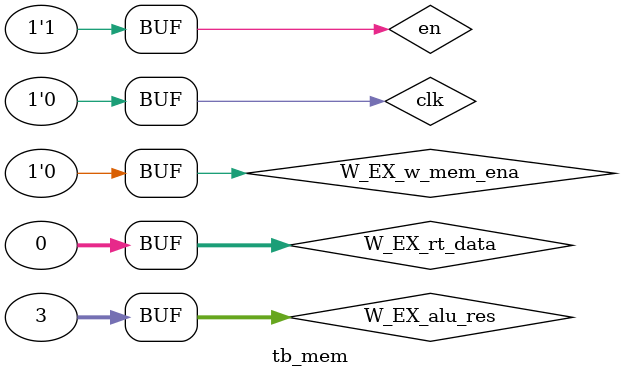
<source format=v>
`timescale 1ns / 1ps


module tb_mem();
    reg clk;

    // reg [3:0]   W_EX_MEM_w_mem_ena;
    // reg [31:0]  W_EX_MEM_alu_res;    
    // reg [31:0]  W_EX_MEM_rt_data;
    // reg [4:0]   W_EX_MEM_rd;
    // reg         W_EX_MEM_w_reg_ena;
    // reg         W_EX_MEM_wb_sel;
    
    // wire [31:0] W_MEM_mem_data;
    // wire [31:0] W_MEM_alu_res;
    // wire [4:0]  W_MEM_rd;
    // wire        W_MEM_w_reg_ena;
    // wire        W_MEM_wb_sel;

    initial begin
        clk = 1'b0;
        repeat (300) begin
            #50 clk = ~clk;
        end
    end

    // MEM mem(
    //     clk,
    //     W_EX_MEM_w_mem_ena,
    //     W_EX_MEM_alu_res,
    //     W_EX_MEM_rt_data,
    //     // control
    //     // in
    //     W_EX_MEM_rd,
    //     W_EX_MEM_w_reg_ena,
    //     W_EX_MEM_wb_sel,
    //     // out
    //     W_MEM_mem_data,
    //     W_MEM_alu_res,
    //     W_MEM_rd,
    //     W_MEM_w_reg_ena,
    //     W_MEM_wb_sel
    // );

    reg en;

    reg         W_EX_w_mem_ena;
    reg  [31:0] W_EX_alu_res;
    reg  [31:0] W_EX_rt_data;
    wire [31:0] W_mem_data;

    Memory mem (
        .clka(clk),                 // input wire clka
        .ena(en),                   // input wire ena
        .wea(W_EX_w_mem_ena),       // input wire [3 : 0] wea
        .addra(W_EX_alu_res),       // input wire [31 : 0] addra
        .dina(W_EX_rt_data),        // input wire [31 : 0] dina
        .douta(W_mem_data)          // output wire [31 : 0] douta
    );
 
    initial begin
        // write to

        en = 1'b1;
        #10 begin
            W_EX_w_mem_ena = 1;
            W_EX_alu_res = 32'h1;
            W_EX_rt_data = 32'h0000_1234;
        end

        // #100 begin
        //     W_EX_w_mem_ena = 4'b1111;
        //     W_EX_alu_res = 32'h2;
        //     W_EX_rt_data = 32'h0001_2340;
        // end

        // #100 begin
        //     W_EX_w_mem_ena = 4'b1111;
        //     W_EX_alu_res = 32'h3;
        //     W_EX_rt_data = 32'h0012_3400;
        // end

        // #100 begin
        //     W_EX_w_mem_ena = 4'b1111;
        //     W_EX_alu_res = 32'h4;
        //     W_EX_rt_data = 32'h0123_4000;
        // end
    
        #100 begin
            W_EX_rt_data = 32'h0000_0000;
            en = 1'b1;
            W_EX_w_mem_ena = 4'b0000;
            W_EX_alu_res = 32'h2;
        end

        #100 begin
            W_EX_w_mem_ena = 4'b0000;
            W_EX_alu_res = 32'h1;
        end

        #100 begin
            W_EX_w_mem_ena = 4'b0000;
            W_EX_alu_res = 32'h3;
        end

        // #10 begin
        //     W_EX_MEM_rd         = 4'h0;
        //     W_EX_MEM_w_reg_ena  = 1'b0;
        //     W_EX_MEM_wb_sel     = 1'b0;
        // end

        // #10 begin
        //     W_EX_MEM_w_mem_ena  = 4'b1111;
        //     W_EX_MEM_alu_res    = 32'h0000_0001;
        //     W_EX_MEM_rt_data    = 32'h0000_1234;
        // end

        // #100 begin
        //     W_EX_MEM_w_mem_ena  = 4'b1111;
        //     W_EX_MEM_alu_res    = 32'h0000_0002;
        //     W_EX_MEM_rt_data    = 32'h0001_2340;
        // end

        // #100 begin
        //     W_EX_MEM_w_mem_ena  = 4'b1111;
        //     W_EX_MEM_alu_res    = 32'h0000_0003;
        //     W_EX_MEM_rt_data    = 32'h0012_3400;
        // end

        // #100 begin
        //     W_EX_MEM_w_mem_ena = 4'b0000;
        //     W_EX_MEM_alu_res    = 32'h0000_0001;
        // end

        // #100 begin
        //     W_EX_MEM_w_mem_ena = 4'b0000;
        //     W_EX_MEM_alu_res    = 32'h0000_0002;
        // end

        // #100 begin
        //     W_EX_MEM_w_mem_ena = 4'b0000;
        //     W_EX_MEM_alu_res    = 32'h0000_0003;
        // end

    end
endmodule

</source>
